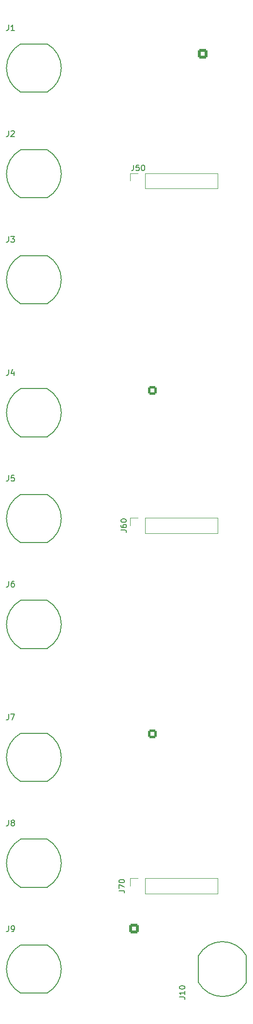
<source format=gto>
%TF.GenerationSoftware,KiCad,Pcbnew,9.0.0*%
%TF.CreationDate,2025-04-19T17:36:44+02:00*%
%TF.ProjectId,DMH_Tripple_VCA_PCB_1,444d485f-5472-4697-9070-6c655f564341,1*%
%TF.SameCoordinates,Original*%
%TF.FileFunction,Legend,Top*%
%TF.FilePolarity,Positive*%
%FSLAX46Y46*%
G04 Gerber Fmt 4.6, Leading zero omitted, Abs format (unit mm)*
G04 Created by KiCad (PCBNEW 9.0.0) date 2025-04-19 17:36:44*
%MOMM*%
%LPD*%
G01*
G04 APERTURE LIST*
G04 Aperture macros list*
%AMRoundRect*
0 Rectangle with rounded corners*
0 $1 Rounding radius*
0 $2 $3 $4 $5 $6 $7 $8 $9 X,Y pos of 4 corners*
0 Add a 4 corners polygon primitive as box body*
4,1,4,$2,$3,$4,$5,$6,$7,$8,$9,$2,$3,0*
0 Add four circle primitives for the rounded corners*
1,1,$1+$1,$2,$3*
1,1,$1+$1,$4,$5*
1,1,$1+$1,$6,$7*
1,1,$1+$1,$8,$9*
0 Add four rect primitives between the rounded corners*
20,1,$1+$1,$2,$3,$4,$5,0*
20,1,$1+$1,$4,$5,$6,$7,0*
20,1,$1+$1,$6,$7,$8,$9,0*
20,1,$1+$1,$8,$9,$2,$3,0*%
%AMHorizOval*
0 Thick line with rounded ends*
0 $1 width*
0 $2 $3 position (X,Y) of the first rounded end (center of the circle)*
0 $4 $5 position (X,Y) of the second rounded end (center of the circle)*
0 Add line between two ends*
20,1,$1,$2,$3,$4,$5,0*
0 Add two circle primitives to create the rounded ends*
1,1,$1,$2,$3*
1,1,$1,$4,$5*%
G04 Aperture macros list end*
%ADD10C,0.150000*%
%ADD11C,0.120000*%
%ADD12HorizOval,1.712000X-0.533159X-0.533159X0.533159X0.533159X0*%
%ADD13O,1.712000X3.220000*%
%ADD14O,3.220000X1.712000*%
%ADD15R,1.700000X1.700000*%
%ADD16O,1.700000X1.700000*%
%ADD17HorizOval,1.712000X-0.533159X0.533159X0.533159X-0.533159X0*%
%ADD18RoundRect,0.250000X-0.550000X-0.550000X0.550000X-0.550000X0.550000X0.550000X-0.550000X0.550000X0*%
%ADD19C,1.600000*%
%ADD20O,1.600000X1.600000*%
%ADD21R,1.500000X1.500000*%
%ADD22C,1.500000*%
%ADD23R,2.200000X2.200000*%
%ADD24O,2.200000X2.200000*%
%ADD25RoundRect,0.250000X0.600000X0.600000X-0.600000X0.600000X-0.600000X-0.600000X0.600000X-0.600000X0*%
%ADD26C,1.700000*%
%ADD27C,1.440000*%
%ADD28R,1.600000X1.600000*%
%ADD29RoundRect,0.250000X0.600000X-0.600000X0.600000X0.600000X-0.600000X0.600000X-0.600000X-0.600000X0*%
G04 APERTURE END LIST*
D10*
X54091666Y-164204819D02*
X54091666Y-164919104D01*
X54091666Y-164919104D02*
X54044047Y-165061961D01*
X54044047Y-165061961D02*
X53948809Y-165157200D01*
X53948809Y-165157200D02*
X53805952Y-165204819D01*
X53805952Y-165204819D02*
X53710714Y-165204819D01*
X54472619Y-164204819D02*
X55139285Y-164204819D01*
X55139285Y-164204819D02*
X54710714Y-165204819D01*
X54091666Y-182704819D02*
X54091666Y-183419104D01*
X54091666Y-183419104D02*
X54044047Y-183561961D01*
X54044047Y-183561961D02*
X53948809Y-183657200D01*
X53948809Y-183657200D02*
X53805952Y-183704819D01*
X53805952Y-183704819D02*
X53710714Y-183704819D01*
X54710714Y-183133390D02*
X54615476Y-183085771D01*
X54615476Y-183085771D02*
X54567857Y-183038152D01*
X54567857Y-183038152D02*
X54520238Y-182942914D01*
X54520238Y-182942914D02*
X54520238Y-182895295D01*
X54520238Y-182895295D02*
X54567857Y-182800057D01*
X54567857Y-182800057D02*
X54615476Y-182752438D01*
X54615476Y-182752438D02*
X54710714Y-182704819D01*
X54710714Y-182704819D02*
X54901190Y-182704819D01*
X54901190Y-182704819D02*
X54996428Y-182752438D01*
X54996428Y-182752438D02*
X55044047Y-182800057D01*
X55044047Y-182800057D02*
X55091666Y-182895295D01*
X55091666Y-182895295D02*
X55091666Y-182942914D01*
X55091666Y-182942914D02*
X55044047Y-183038152D01*
X55044047Y-183038152D02*
X54996428Y-183085771D01*
X54996428Y-183085771D02*
X54901190Y-183133390D01*
X54901190Y-183133390D02*
X54710714Y-183133390D01*
X54710714Y-183133390D02*
X54615476Y-183181009D01*
X54615476Y-183181009D02*
X54567857Y-183228628D01*
X54567857Y-183228628D02*
X54520238Y-183323866D01*
X54520238Y-183323866D02*
X54520238Y-183514342D01*
X54520238Y-183514342D02*
X54567857Y-183609580D01*
X54567857Y-183609580D02*
X54615476Y-183657200D01*
X54615476Y-183657200D02*
X54710714Y-183704819D01*
X54710714Y-183704819D02*
X54901190Y-183704819D01*
X54901190Y-183704819D02*
X54996428Y-183657200D01*
X54996428Y-183657200D02*
X55044047Y-183609580D01*
X55044047Y-183609580D02*
X55091666Y-183514342D01*
X55091666Y-183514342D02*
X55091666Y-183323866D01*
X55091666Y-183323866D02*
X55044047Y-183228628D01*
X55044047Y-183228628D02*
X54996428Y-183181009D01*
X54996428Y-183181009D02*
X54901190Y-183133390D01*
X54091666Y-122454819D02*
X54091666Y-123169104D01*
X54091666Y-123169104D02*
X54044047Y-123311961D01*
X54044047Y-123311961D02*
X53948809Y-123407200D01*
X53948809Y-123407200D02*
X53805952Y-123454819D01*
X53805952Y-123454819D02*
X53710714Y-123454819D01*
X55044047Y-122454819D02*
X54567857Y-122454819D01*
X54567857Y-122454819D02*
X54520238Y-122931009D01*
X54520238Y-122931009D02*
X54567857Y-122883390D01*
X54567857Y-122883390D02*
X54663095Y-122835771D01*
X54663095Y-122835771D02*
X54901190Y-122835771D01*
X54901190Y-122835771D02*
X54996428Y-122883390D01*
X54996428Y-122883390D02*
X55044047Y-122931009D01*
X55044047Y-122931009D02*
X55091666Y-123026247D01*
X55091666Y-123026247D02*
X55091666Y-123264342D01*
X55091666Y-123264342D02*
X55044047Y-123359580D01*
X55044047Y-123359580D02*
X54996428Y-123407200D01*
X54996428Y-123407200D02*
X54901190Y-123454819D01*
X54901190Y-123454819D02*
X54663095Y-123454819D01*
X54663095Y-123454819D02*
X54567857Y-123407200D01*
X54567857Y-123407200D02*
X54520238Y-123359580D01*
X54091666Y-201204819D02*
X54091666Y-201919104D01*
X54091666Y-201919104D02*
X54044047Y-202061961D01*
X54044047Y-202061961D02*
X53948809Y-202157200D01*
X53948809Y-202157200D02*
X53805952Y-202204819D01*
X53805952Y-202204819D02*
X53710714Y-202204819D01*
X54615476Y-202204819D02*
X54805952Y-202204819D01*
X54805952Y-202204819D02*
X54901190Y-202157200D01*
X54901190Y-202157200D02*
X54948809Y-202109580D01*
X54948809Y-202109580D02*
X55044047Y-201966723D01*
X55044047Y-201966723D02*
X55091666Y-201776247D01*
X55091666Y-201776247D02*
X55091666Y-201395295D01*
X55091666Y-201395295D02*
X55044047Y-201300057D01*
X55044047Y-201300057D02*
X54996428Y-201252438D01*
X54996428Y-201252438D02*
X54901190Y-201204819D01*
X54901190Y-201204819D02*
X54710714Y-201204819D01*
X54710714Y-201204819D02*
X54615476Y-201252438D01*
X54615476Y-201252438D02*
X54567857Y-201300057D01*
X54567857Y-201300057D02*
X54520238Y-201395295D01*
X54520238Y-201395295D02*
X54520238Y-201633390D01*
X54520238Y-201633390D02*
X54567857Y-201728628D01*
X54567857Y-201728628D02*
X54615476Y-201776247D01*
X54615476Y-201776247D02*
X54710714Y-201823866D01*
X54710714Y-201823866D02*
X54901190Y-201823866D01*
X54901190Y-201823866D02*
X54996428Y-201776247D01*
X54996428Y-201776247D02*
X55044047Y-201728628D01*
X55044047Y-201728628D02*
X55091666Y-201633390D01*
X54091666Y-43704819D02*
X54091666Y-44419104D01*
X54091666Y-44419104D02*
X54044047Y-44561961D01*
X54044047Y-44561961D02*
X53948809Y-44657200D01*
X53948809Y-44657200D02*
X53805952Y-44704819D01*
X53805952Y-44704819D02*
X53710714Y-44704819D01*
X55091666Y-44704819D02*
X54520238Y-44704819D01*
X54805952Y-44704819D02*
X54805952Y-43704819D01*
X54805952Y-43704819D02*
X54710714Y-43847676D01*
X54710714Y-43847676D02*
X54615476Y-43942914D01*
X54615476Y-43942914D02*
X54520238Y-43990533D01*
X75940476Y-68204819D02*
X75940476Y-68919104D01*
X75940476Y-68919104D02*
X75892857Y-69061961D01*
X75892857Y-69061961D02*
X75797619Y-69157200D01*
X75797619Y-69157200D02*
X75654762Y-69204819D01*
X75654762Y-69204819D02*
X75559524Y-69204819D01*
X76892857Y-68204819D02*
X76416667Y-68204819D01*
X76416667Y-68204819D02*
X76369048Y-68681009D01*
X76369048Y-68681009D02*
X76416667Y-68633390D01*
X76416667Y-68633390D02*
X76511905Y-68585771D01*
X76511905Y-68585771D02*
X76750000Y-68585771D01*
X76750000Y-68585771D02*
X76845238Y-68633390D01*
X76845238Y-68633390D02*
X76892857Y-68681009D01*
X76892857Y-68681009D02*
X76940476Y-68776247D01*
X76940476Y-68776247D02*
X76940476Y-69014342D01*
X76940476Y-69014342D02*
X76892857Y-69109580D01*
X76892857Y-69109580D02*
X76845238Y-69157200D01*
X76845238Y-69157200D02*
X76750000Y-69204819D01*
X76750000Y-69204819D02*
X76511905Y-69204819D01*
X76511905Y-69204819D02*
X76416667Y-69157200D01*
X76416667Y-69157200D02*
X76369048Y-69109580D01*
X77559524Y-68204819D02*
X77654762Y-68204819D01*
X77654762Y-68204819D02*
X77750000Y-68252438D01*
X77750000Y-68252438D02*
X77797619Y-68300057D01*
X77797619Y-68300057D02*
X77845238Y-68395295D01*
X77845238Y-68395295D02*
X77892857Y-68585771D01*
X77892857Y-68585771D02*
X77892857Y-68823866D01*
X77892857Y-68823866D02*
X77845238Y-69014342D01*
X77845238Y-69014342D02*
X77797619Y-69109580D01*
X77797619Y-69109580D02*
X77750000Y-69157200D01*
X77750000Y-69157200D02*
X77654762Y-69204819D01*
X77654762Y-69204819D02*
X77559524Y-69204819D01*
X77559524Y-69204819D02*
X77464286Y-69157200D01*
X77464286Y-69157200D02*
X77416667Y-69109580D01*
X77416667Y-69109580D02*
X77369048Y-69014342D01*
X77369048Y-69014342D02*
X77321429Y-68823866D01*
X77321429Y-68823866D02*
X77321429Y-68585771D01*
X77321429Y-68585771D02*
X77369048Y-68395295D01*
X77369048Y-68395295D02*
X77416667Y-68300057D01*
X77416667Y-68300057D02*
X77464286Y-68252438D01*
X77464286Y-68252438D02*
X77559524Y-68204819D01*
X54091666Y-140954819D02*
X54091666Y-141669104D01*
X54091666Y-141669104D02*
X54044047Y-141811961D01*
X54044047Y-141811961D02*
X53948809Y-141907200D01*
X53948809Y-141907200D02*
X53805952Y-141954819D01*
X53805952Y-141954819D02*
X53710714Y-141954819D01*
X54996428Y-140954819D02*
X54805952Y-140954819D01*
X54805952Y-140954819D02*
X54710714Y-141002438D01*
X54710714Y-141002438D02*
X54663095Y-141050057D01*
X54663095Y-141050057D02*
X54567857Y-141192914D01*
X54567857Y-141192914D02*
X54520238Y-141383390D01*
X54520238Y-141383390D02*
X54520238Y-141764342D01*
X54520238Y-141764342D02*
X54567857Y-141859580D01*
X54567857Y-141859580D02*
X54615476Y-141907200D01*
X54615476Y-141907200D02*
X54710714Y-141954819D01*
X54710714Y-141954819D02*
X54901190Y-141954819D01*
X54901190Y-141954819D02*
X54996428Y-141907200D01*
X54996428Y-141907200D02*
X55044047Y-141859580D01*
X55044047Y-141859580D02*
X55091666Y-141764342D01*
X55091666Y-141764342D02*
X55091666Y-141526247D01*
X55091666Y-141526247D02*
X55044047Y-141431009D01*
X55044047Y-141431009D02*
X54996428Y-141383390D01*
X54996428Y-141383390D02*
X54901190Y-141335771D01*
X54901190Y-141335771D02*
X54710714Y-141335771D01*
X54710714Y-141335771D02*
X54615476Y-141383390D01*
X54615476Y-141383390D02*
X54567857Y-141431009D01*
X54567857Y-141431009D02*
X54520238Y-141526247D01*
X73704819Y-132034523D02*
X74419104Y-132034523D01*
X74419104Y-132034523D02*
X74561961Y-132082142D01*
X74561961Y-132082142D02*
X74657200Y-132177380D01*
X74657200Y-132177380D02*
X74704819Y-132320237D01*
X74704819Y-132320237D02*
X74704819Y-132415475D01*
X73704819Y-131129761D02*
X73704819Y-131320237D01*
X73704819Y-131320237D02*
X73752438Y-131415475D01*
X73752438Y-131415475D02*
X73800057Y-131463094D01*
X73800057Y-131463094D02*
X73942914Y-131558332D01*
X73942914Y-131558332D02*
X74133390Y-131605951D01*
X74133390Y-131605951D02*
X74514342Y-131605951D01*
X74514342Y-131605951D02*
X74609580Y-131558332D01*
X74609580Y-131558332D02*
X74657200Y-131510713D01*
X74657200Y-131510713D02*
X74704819Y-131415475D01*
X74704819Y-131415475D02*
X74704819Y-131224999D01*
X74704819Y-131224999D02*
X74657200Y-131129761D01*
X74657200Y-131129761D02*
X74609580Y-131082142D01*
X74609580Y-131082142D02*
X74514342Y-131034523D01*
X74514342Y-131034523D02*
X74276247Y-131034523D01*
X74276247Y-131034523D02*
X74181009Y-131082142D01*
X74181009Y-131082142D02*
X74133390Y-131129761D01*
X74133390Y-131129761D02*
X74085771Y-131224999D01*
X74085771Y-131224999D02*
X74085771Y-131415475D01*
X74085771Y-131415475D02*
X74133390Y-131510713D01*
X74133390Y-131510713D02*
X74181009Y-131558332D01*
X74181009Y-131558332D02*
X74276247Y-131605951D01*
X73704819Y-130415475D02*
X73704819Y-130320237D01*
X73704819Y-130320237D02*
X73752438Y-130224999D01*
X73752438Y-130224999D02*
X73800057Y-130177380D01*
X73800057Y-130177380D02*
X73895295Y-130129761D01*
X73895295Y-130129761D02*
X74085771Y-130082142D01*
X74085771Y-130082142D02*
X74323866Y-130082142D01*
X74323866Y-130082142D02*
X74514342Y-130129761D01*
X74514342Y-130129761D02*
X74609580Y-130177380D01*
X74609580Y-130177380D02*
X74657200Y-130224999D01*
X74657200Y-130224999D02*
X74704819Y-130320237D01*
X74704819Y-130320237D02*
X74704819Y-130415475D01*
X74704819Y-130415475D02*
X74657200Y-130510713D01*
X74657200Y-130510713D02*
X74609580Y-130558332D01*
X74609580Y-130558332D02*
X74514342Y-130605951D01*
X74514342Y-130605951D02*
X74323866Y-130653570D01*
X74323866Y-130653570D02*
X74085771Y-130653570D01*
X74085771Y-130653570D02*
X73895295Y-130605951D01*
X73895295Y-130605951D02*
X73800057Y-130558332D01*
X73800057Y-130558332D02*
X73752438Y-130510713D01*
X73752438Y-130510713D02*
X73704819Y-130415475D01*
X54091666Y-62204819D02*
X54091666Y-62919104D01*
X54091666Y-62919104D02*
X54044047Y-63061961D01*
X54044047Y-63061961D02*
X53948809Y-63157200D01*
X53948809Y-63157200D02*
X53805952Y-63204819D01*
X53805952Y-63204819D02*
X53710714Y-63204819D01*
X54520238Y-62300057D02*
X54567857Y-62252438D01*
X54567857Y-62252438D02*
X54663095Y-62204819D01*
X54663095Y-62204819D02*
X54901190Y-62204819D01*
X54901190Y-62204819D02*
X54996428Y-62252438D01*
X54996428Y-62252438D02*
X55044047Y-62300057D01*
X55044047Y-62300057D02*
X55091666Y-62395295D01*
X55091666Y-62395295D02*
X55091666Y-62490533D01*
X55091666Y-62490533D02*
X55044047Y-62633390D01*
X55044047Y-62633390D02*
X54472619Y-63204819D01*
X54472619Y-63204819D02*
X55091666Y-63204819D01*
X73359819Y-195034523D02*
X74074104Y-195034523D01*
X74074104Y-195034523D02*
X74216961Y-195082142D01*
X74216961Y-195082142D02*
X74312200Y-195177380D01*
X74312200Y-195177380D02*
X74359819Y-195320237D01*
X74359819Y-195320237D02*
X74359819Y-195415475D01*
X73359819Y-194653570D02*
X73359819Y-193986904D01*
X73359819Y-193986904D02*
X74359819Y-194415475D01*
X73359819Y-193415475D02*
X73359819Y-193320237D01*
X73359819Y-193320237D02*
X73407438Y-193224999D01*
X73407438Y-193224999D02*
X73455057Y-193177380D01*
X73455057Y-193177380D02*
X73550295Y-193129761D01*
X73550295Y-193129761D02*
X73740771Y-193082142D01*
X73740771Y-193082142D02*
X73978866Y-193082142D01*
X73978866Y-193082142D02*
X74169342Y-193129761D01*
X74169342Y-193129761D02*
X74264580Y-193177380D01*
X74264580Y-193177380D02*
X74312200Y-193224999D01*
X74312200Y-193224999D02*
X74359819Y-193320237D01*
X74359819Y-193320237D02*
X74359819Y-193415475D01*
X74359819Y-193415475D02*
X74312200Y-193510713D01*
X74312200Y-193510713D02*
X74264580Y-193558332D01*
X74264580Y-193558332D02*
X74169342Y-193605951D01*
X74169342Y-193605951D02*
X73978866Y-193653570D01*
X73978866Y-193653570D02*
X73740771Y-193653570D01*
X73740771Y-193653570D02*
X73550295Y-193605951D01*
X73550295Y-193605951D02*
X73455057Y-193558332D01*
X73455057Y-193558332D02*
X73407438Y-193510713D01*
X73407438Y-193510713D02*
X73359819Y-193415475D01*
X54091666Y-103954819D02*
X54091666Y-104669104D01*
X54091666Y-104669104D02*
X54044047Y-104811961D01*
X54044047Y-104811961D02*
X53948809Y-104907200D01*
X53948809Y-104907200D02*
X53805952Y-104954819D01*
X53805952Y-104954819D02*
X53710714Y-104954819D01*
X54996428Y-104288152D02*
X54996428Y-104954819D01*
X54758333Y-103907200D02*
X54520238Y-104621485D01*
X54520238Y-104621485D02*
X55139285Y-104621485D01*
X54091666Y-80704819D02*
X54091666Y-81419104D01*
X54091666Y-81419104D02*
X54044047Y-81561961D01*
X54044047Y-81561961D02*
X53948809Y-81657200D01*
X53948809Y-81657200D02*
X53805952Y-81704819D01*
X53805952Y-81704819D02*
X53710714Y-81704819D01*
X54472619Y-80704819D02*
X55091666Y-80704819D01*
X55091666Y-80704819D02*
X54758333Y-81085771D01*
X54758333Y-81085771D02*
X54901190Y-81085771D01*
X54901190Y-81085771D02*
X54996428Y-81133390D01*
X54996428Y-81133390D02*
X55044047Y-81181009D01*
X55044047Y-81181009D02*
X55091666Y-81276247D01*
X55091666Y-81276247D02*
X55091666Y-81514342D01*
X55091666Y-81514342D02*
X55044047Y-81609580D01*
X55044047Y-81609580D02*
X54996428Y-81657200D01*
X54996428Y-81657200D02*
X54901190Y-81704819D01*
X54901190Y-81704819D02*
X54615476Y-81704819D01*
X54615476Y-81704819D02*
X54520238Y-81657200D01*
X54520238Y-81657200D02*
X54472619Y-81609580D01*
X83954819Y-213634523D02*
X84669104Y-213634523D01*
X84669104Y-213634523D02*
X84811961Y-213682142D01*
X84811961Y-213682142D02*
X84907200Y-213777380D01*
X84907200Y-213777380D02*
X84954819Y-213920237D01*
X84954819Y-213920237D02*
X84954819Y-214015475D01*
X84954819Y-212634523D02*
X84954819Y-213205951D01*
X84954819Y-212920237D02*
X83954819Y-212920237D01*
X83954819Y-212920237D02*
X84097676Y-213015475D01*
X84097676Y-213015475D02*
X84192914Y-213110713D01*
X84192914Y-213110713D02*
X84240533Y-213205951D01*
X83954819Y-212015475D02*
X83954819Y-211920237D01*
X83954819Y-211920237D02*
X84002438Y-211824999D01*
X84002438Y-211824999D02*
X84050057Y-211777380D01*
X84050057Y-211777380D02*
X84145295Y-211729761D01*
X84145295Y-211729761D02*
X84335771Y-211682142D01*
X84335771Y-211682142D02*
X84573866Y-211682142D01*
X84573866Y-211682142D02*
X84764342Y-211729761D01*
X84764342Y-211729761D02*
X84859580Y-211777380D01*
X84859580Y-211777380D02*
X84907200Y-211824999D01*
X84907200Y-211824999D02*
X84954819Y-211920237D01*
X84954819Y-211920237D02*
X84954819Y-212015475D01*
X84954819Y-212015475D02*
X84907200Y-212110713D01*
X84907200Y-212110713D02*
X84859580Y-212158332D01*
X84859580Y-212158332D02*
X84764342Y-212205951D01*
X84764342Y-212205951D02*
X84573866Y-212253570D01*
X84573866Y-212253570D02*
X84335771Y-212253570D01*
X84335771Y-212253570D02*
X84145295Y-212205951D01*
X84145295Y-212205951D02*
X84050057Y-212158332D01*
X84050057Y-212158332D02*
X84002438Y-212110713D01*
X84002438Y-212110713D02*
X83954819Y-212015475D01*
%TO.C,J7*%
X58500000Y-167550000D02*
X56150000Y-167550000D01*
X58500000Y-167550000D02*
X60850000Y-167550000D01*
X58500000Y-175950000D02*
X56150000Y-175950000D01*
X58500000Y-175950000D02*
X60850000Y-175950000D01*
X53700000Y-171750000D02*
G75*
G02*
X56156222Y-167561121I4800000J0D01*
G01*
X56156222Y-175938879D02*
G75*
G02*
X53700000Y-171750000I2343778J4188879D01*
G01*
X60843778Y-167561121D02*
G75*
G02*
X63300000Y-171750000I-2343781J-4188881D01*
G01*
X63300000Y-171750000D02*
G75*
G02*
X60843778Y-175938879I-4800003J2D01*
G01*
%TO.C,J8*%
X58500000Y-186050000D02*
X56150000Y-186050000D01*
X58500000Y-186050000D02*
X60850000Y-186050000D01*
X58500000Y-194450000D02*
X56150000Y-194450000D01*
X58500000Y-194450000D02*
X60850000Y-194450000D01*
X53700000Y-190250000D02*
G75*
G02*
X56156222Y-186061121I4800000J0D01*
G01*
X56156222Y-194438879D02*
G75*
G02*
X53700000Y-190250000I2343778J4188879D01*
G01*
X60843778Y-186061121D02*
G75*
G02*
X63300000Y-190250000I-2343781J-4188881D01*
G01*
X63300000Y-190250000D02*
G75*
G02*
X60843778Y-194438879I-4800003J2D01*
G01*
%TO.C,J5*%
X58500000Y-125800000D02*
X56150000Y-125800000D01*
X58500000Y-125800000D02*
X60850000Y-125800000D01*
X58500000Y-134200000D02*
X56150000Y-134200000D01*
X58500000Y-134200000D02*
X60850000Y-134200000D01*
X53700000Y-130000000D02*
G75*
G02*
X56156222Y-125811121I4800000J0D01*
G01*
X56156222Y-134188879D02*
G75*
G02*
X53700000Y-130000000I2343778J4188879D01*
G01*
X60843778Y-125811121D02*
G75*
G02*
X63300000Y-130000000I-2343781J-4188881D01*
G01*
X63300000Y-130000000D02*
G75*
G02*
X60843778Y-134188879I-4800003J2D01*
G01*
%TO.C,J9*%
X58500000Y-204550000D02*
X56150000Y-204550000D01*
X58500000Y-204550000D02*
X60850000Y-204550000D01*
X58500000Y-212950000D02*
X56150000Y-212950000D01*
X58500000Y-212950000D02*
X60850000Y-212950000D01*
X53700000Y-208750000D02*
G75*
G02*
X56156222Y-204561121I4800000J0D01*
G01*
X56156222Y-212938879D02*
G75*
G02*
X53700000Y-208750000I2343778J4188879D01*
G01*
X60843778Y-204561121D02*
G75*
G02*
X63300000Y-208750000I-2343781J-4188881D01*
G01*
X63300000Y-208750000D02*
G75*
G02*
X60843778Y-212938879I-4800003J2D01*
G01*
%TO.C,J1*%
X58500000Y-47050000D02*
X56150000Y-47050000D01*
X58500000Y-47050000D02*
X60850000Y-47050000D01*
X58500000Y-55450000D02*
X56150000Y-55450000D01*
X58500000Y-55450000D02*
X60850000Y-55450000D01*
X53700000Y-51250000D02*
G75*
G02*
X56156222Y-47061121I4800000J0D01*
G01*
X56156222Y-55438879D02*
G75*
G02*
X53700000Y-51250000I2343778J4188879D01*
G01*
X60843778Y-47061121D02*
G75*
G02*
X63300000Y-51250000I-2343781J-4188881D01*
G01*
X63300000Y-51250000D02*
G75*
G02*
X60843778Y-55438879I-4800003J2D01*
G01*
D11*
%TO.C,J50*%
X75345000Y-69645000D02*
X76675000Y-69645000D01*
X75345000Y-70975000D02*
X75345000Y-69645000D01*
X77945000Y-69645000D02*
X90705000Y-69645000D01*
X77945000Y-72305000D02*
X77945000Y-69645000D01*
X77945000Y-72305000D02*
X90705000Y-72305000D01*
X90705000Y-72305000D02*
X90705000Y-69645000D01*
D10*
%TO.C,J6*%
X58500000Y-144300000D02*
X56150000Y-144300000D01*
X58500000Y-144300000D02*
X60850000Y-144300000D01*
X58500000Y-152700000D02*
X56150000Y-152700000D01*
X58500000Y-152700000D02*
X60850000Y-152700000D01*
X53700000Y-148500000D02*
G75*
G02*
X56156222Y-144311121I4800000J0D01*
G01*
X56156222Y-152688879D02*
G75*
G02*
X53700000Y-148500000I2343778J4188879D01*
G01*
X60843778Y-144311121D02*
G75*
G02*
X63300000Y-148500000I-2343781J-4188881D01*
G01*
X63300000Y-148500000D02*
G75*
G02*
X60843778Y-152688879I-4800003J2D01*
G01*
D11*
%TO.C,J60*%
X75345000Y-129895000D02*
X76675000Y-129895000D01*
X75345000Y-131225000D02*
X75345000Y-129895000D01*
X77945000Y-129895000D02*
X90705000Y-129895000D01*
X77945000Y-132555000D02*
X77945000Y-129895000D01*
X77945000Y-132555000D02*
X90705000Y-132555000D01*
X90705000Y-132555000D02*
X90705000Y-129895000D01*
D10*
%TO.C,J2*%
X58500000Y-65550000D02*
X56150000Y-65550000D01*
X58500000Y-65550000D02*
X60850000Y-65550000D01*
X58500000Y-73950000D02*
X56150000Y-73950000D01*
X58500000Y-73950000D02*
X60850000Y-73950000D01*
X53700000Y-69750000D02*
G75*
G02*
X56156222Y-65561121I4800000J0D01*
G01*
X56156222Y-73938879D02*
G75*
G02*
X53700000Y-69750000I2343778J4188879D01*
G01*
X60843778Y-65561121D02*
G75*
G02*
X63300000Y-69750000I-2343781J-4188881D01*
G01*
X63300000Y-69750000D02*
G75*
G02*
X60843778Y-73938879I-4800003J2D01*
G01*
D11*
%TO.C,J70*%
X75345000Y-192895000D02*
X76675000Y-192895000D01*
X75345000Y-194225000D02*
X75345000Y-192895000D01*
X77945000Y-192895000D02*
X90705000Y-192895000D01*
X77945000Y-195555000D02*
X77945000Y-192895000D01*
X77945000Y-195555000D02*
X90705000Y-195555000D01*
X90705000Y-195555000D02*
X90705000Y-192895000D01*
D10*
%TO.C,J4*%
X58500000Y-107300000D02*
X56150000Y-107300000D01*
X58500000Y-107300000D02*
X60850000Y-107300000D01*
X58500000Y-115700000D02*
X56150000Y-115700000D01*
X58500000Y-115700000D02*
X60850000Y-115700000D01*
X53700000Y-111500000D02*
G75*
G02*
X56156222Y-107311121I4800000J0D01*
G01*
X56156222Y-115688879D02*
G75*
G02*
X53700000Y-111500000I2343778J4188879D01*
G01*
X60843778Y-107311121D02*
G75*
G02*
X63300000Y-111500000I-2343781J-4188881D01*
G01*
X63300000Y-111500000D02*
G75*
G02*
X60843778Y-115688879I-4800003J2D01*
G01*
%TO.C,J3*%
X58500000Y-84050000D02*
X56150000Y-84050000D01*
X58500000Y-84050000D02*
X60850000Y-84050000D01*
X58500000Y-92450000D02*
X56150000Y-92450000D01*
X58500000Y-92450000D02*
X60850000Y-92450000D01*
X53700000Y-88250000D02*
G75*
G02*
X56156222Y-84061121I4800000J0D01*
G01*
X56156222Y-92438879D02*
G75*
G02*
X53700000Y-88250000I2343778J4188879D01*
G01*
X60843778Y-84061121D02*
G75*
G02*
X63300000Y-88250000I-2343781J-4188881D01*
G01*
X63300000Y-88250000D02*
G75*
G02*
X60843778Y-92438879I-4800003J2D01*
G01*
%TO.C,J10*%
X87300000Y-208750000D02*
X87300000Y-206400000D01*
X87300000Y-208750000D02*
X87300000Y-211100000D01*
X95700000Y-208750000D02*
X95700000Y-206400000D01*
X95700000Y-208750000D02*
X95700000Y-211100000D01*
X87311121Y-206406222D02*
G75*
G02*
X91500000Y-203950000I4188881J-2343781D01*
G01*
X91500000Y-203950000D02*
G75*
G02*
X95688879Y-206406222I-2J-4800003D01*
G01*
X91500000Y-213550000D02*
G75*
G02*
X87311121Y-211093778I0J4800000D01*
G01*
X95688879Y-211093778D02*
G75*
G02*
X91500000Y-213550000I-4188879J2343778D01*
G01*
%TD*%
%LPC*%
D12*
%TO.C,J7*%
X53903810Y-167153810D03*
D13*
X65000000Y-171250000D03*
D14*
X61000000Y-165250000D03*
%TD*%
D12*
%TO.C,J8*%
X53903810Y-185653810D03*
D13*
X65000000Y-189750000D03*
D14*
X61000000Y-183750000D03*
%TD*%
D12*
%TO.C,J5*%
X53903810Y-125403810D03*
D13*
X65000000Y-129500000D03*
D14*
X61000000Y-123500000D03*
%TD*%
D12*
%TO.C,J9*%
X53903810Y-204153810D03*
D13*
X65000000Y-208250000D03*
D14*
X61000000Y-202250000D03*
%TD*%
D12*
%TO.C,J1*%
X53903810Y-46653810D03*
D13*
X65000000Y-50750000D03*
D14*
X61000000Y-44750000D03*
%TD*%
D15*
%TO.C,J50*%
X76675000Y-70975000D03*
D16*
X79215000Y-70975000D03*
X81755000Y-70975000D03*
X84295000Y-70975000D03*
X86835000Y-70975000D03*
X89375000Y-70975000D03*
%TD*%
D12*
%TO.C,J6*%
X53903810Y-143903810D03*
D13*
X65000000Y-148000000D03*
D14*
X61000000Y-142000000D03*
%TD*%
D15*
%TO.C,J60*%
X76675000Y-131225000D03*
D16*
X79215000Y-131225000D03*
X81755000Y-131225000D03*
X84295000Y-131225000D03*
X86835000Y-131225000D03*
X89375000Y-131225000D03*
%TD*%
D12*
%TO.C,J2*%
X53903810Y-65153810D03*
D13*
X65000000Y-69250000D03*
D14*
X61000000Y-63250000D03*
%TD*%
D15*
%TO.C,J70*%
X76675000Y-194225000D03*
D16*
X79215000Y-194225000D03*
X81755000Y-194225000D03*
X84295000Y-194225000D03*
X86835000Y-194225000D03*
X89375000Y-194225000D03*
%TD*%
D12*
%TO.C,J4*%
X53903810Y-106903810D03*
D13*
X65000000Y-111000000D03*
D14*
X61000000Y-105000000D03*
%TD*%
D12*
%TO.C,J3*%
X53903810Y-83653810D03*
D13*
X65000000Y-87750000D03*
D14*
X61000000Y-81750000D03*
%TD*%
D17*
%TO.C,J10*%
X86903810Y-213346190D03*
D14*
X91000000Y-202250000D03*
D13*
X85000000Y-206250000D03*
%TD*%
D18*
%TO.C,U1*%
X79200000Y-107625000D03*
D19*
X79200000Y-105085000D03*
X79200000Y-102545000D03*
X79200000Y-100005000D03*
X79200000Y-97465000D03*
X79200000Y-94925000D03*
X79200000Y-92385000D03*
X86820000Y-92385000D03*
X86820000Y-94925000D03*
X86820000Y-97465000D03*
X86820000Y-100005000D03*
X86820000Y-102545000D03*
X86820000Y-105085000D03*
X86820000Y-107625000D03*
%TD*%
%TO.C,R46*%
X94545000Y-166000000D03*
D20*
X92005000Y-166000000D03*
%TD*%
D21*
%TO.C,Q5*%
X80750000Y-141210000D03*
D22*
X80750000Y-143750000D03*
X80750000Y-146290000D03*
%TD*%
D19*
%TO.C,R27*%
X94545000Y-113050000D03*
D20*
X92005000Y-113050000D03*
%TD*%
D19*
%TO.C,R39*%
X76060000Y-165950000D03*
D20*
X73520000Y-165950000D03*
%TD*%
D23*
%TO.C,D1*%
X69000000Y-54330000D03*
D24*
X69000000Y-44170000D03*
%TD*%
D21*
%TO.C,Q6*%
X85250000Y-146290000D03*
D22*
X85250000Y-143750000D03*
X85250000Y-141210000D03*
%TD*%
D21*
%TO.C,Q2*%
X85250000Y-86040000D03*
D22*
X85250000Y-83500000D03*
X85250000Y-80960000D03*
%TD*%
D19*
%TO.C,C8*%
X80500000Y-149500000D03*
X85500000Y-149500000D03*
%TD*%
%TO.C,R21*%
X94545000Y-88750000D03*
D20*
X92005000Y-88750000D03*
%TD*%
D19*
%TO.C,R10*%
X73545000Y-104750000D03*
D20*
X71005000Y-104750000D03*
%TD*%
D19*
%TO.C,R41*%
X76060000Y-174050000D03*
D20*
X73520000Y-174050000D03*
%TD*%
D19*
%TO.C,R23*%
X94545000Y-96850000D03*
D20*
X92005000Y-96850000D03*
%TD*%
D19*
%TO.C,R1*%
X73545000Y-68300000D03*
D20*
X71005000Y-68300000D03*
%TD*%
D19*
%TO.C,R28*%
X94545000Y-117100000D03*
D20*
X92005000Y-117100000D03*
%TD*%
D25*
%TO.C,J200*%
X76002500Y-201670000D03*
D26*
X76002500Y-204210000D03*
X76002500Y-206750000D03*
X76002500Y-209290000D03*
X76002500Y-211830000D03*
X73462500Y-201670000D03*
X73462500Y-204210000D03*
X73462500Y-206750000D03*
X73462500Y-209290000D03*
X73462500Y-211830000D03*
%TD*%
D19*
%TO.C,R43*%
X76060000Y-182150000D03*
D20*
X73520000Y-182150000D03*
%TD*%
D19*
%TO.C,R51*%
X94545000Y-186200000D03*
D20*
X92005000Y-186200000D03*
%TD*%
D19*
%TO.C,R48*%
X94545000Y-174000000D03*
D20*
X92005000Y-174000000D03*
%TD*%
D27*
%TO.C,RV1*%
X85550000Y-77000000D03*
X83010000Y-77000000D03*
X80470000Y-77000000D03*
%TD*%
D19*
%TO.C,R31*%
X76060000Y-133550000D03*
D20*
X73520000Y-133550000D03*
%TD*%
D19*
%TO.C,R37*%
X76060000Y-157850000D03*
D20*
X73520000Y-157850000D03*
%TD*%
D27*
%TO.C,RV3*%
X85540000Y-137000000D03*
X83000000Y-137000000D03*
X80460000Y-137000000D03*
%TD*%
D19*
%TO.C,R45*%
X76060000Y-190250000D03*
D20*
X73520000Y-190250000D03*
%TD*%
D19*
%TO.C,R8*%
X73545000Y-96650000D03*
D20*
X71005000Y-96650000D03*
%TD*%
D19*
%TO.C,R29*%
X94545000Y-121150000D03*
D20*
X92005000Y-121150000D03*
%TD*%
D19*
%TO.C,R12*%
X73545000Y-112850000D03*
D20*
X71005000Y-112850000D03*
%TD*%
D19*
%TO.C,C6*%
X80500000Y-89500000D03*
X85500000Y-89500000D03*
%TD*%
D28*
%TO.C,C1*%
X73294887Y-55250000D03*
D19*
X75294887Y-55250000D03*
%TD*%
D21*
%TO.C,Q1*%
X80750000Y-80960000D03*
D22*
X80750000Y-83500000D03*
X80750000Y-86040000D03*
%TD*%
D19*
%TO.C,R30*%
X94545000Y-125200000D03*
D20*
X92005000Y-125200000D03*
%TD*%
D19*
%TO.C,R2*%
X73545000Y-72350000D03*
D20*
X71005000Y-72350000D03*
%TD*%
D19*
%TO.C,R33*%
X76060000Y-141650000D03*
D20*
X73520000Y-141650000D03*
%TD*%
D19*
%TO.C,C3*%
X79750000Y-58500000D03*
X79750000Y-53500000D03*
%TD*%
%TO.C,R36*%
X76060000Y-153800000D03*
D20*
X73520000Y-153800000D03*
%TD*%
D19*
%TO.C,R20*%
X94545000Y-84700000D03*
D20*
X92005000Y-84700000D03*
%TD*%
D23*
%TO.C,D2*%
X97000000Y-44170000D03*
D24*
X97000000Y-54330000D03*
%TD*%
D19*
%TO.C,R13*%
X73545000Y-116900000D03*
D20*
X71005000Y-116900000D03*
%TD*%
D27*
%TO.C,RV2*%
X85540000Y-123500000D03*
X83000000Y-123500000D03*
X80460000Y-123500000D03*
%TD*%
D19*
%TO.C,R9*%
X73545000Y-100700000D03*
D20*
X71005000Y-100700000D03*
%TD*%
D19*
%TO.C,R25*%
X94545000Y-104950000D03*
D20*
X92005000Y-104950000D03*
%TD*%
D19*
%TO.C,R17*%
X94545000Y-72550000D03*
D20*
X92005000Y-72550000D03*
%TD*%
D19*
%TO.C,R47*%
X94545000Y-170050000D03*
D20*
X92005000Y-170050000D03*
%TD*%
D19*
%TO.C,R5*%
X73545000Y-84500000D03*
D20*
X71005000Y-84500000D03*
%TD*%
D19*
%TO.C,R15*%
X73545000Y-125000000D03*
D20*
X71005000Y-125000000D03*
%TD*%
D19*
%TO.C,R40*%
X76060000Y-170000000D03*
D20*
X73520000Y-170000000D03*
%TD*%
D19*
%TO.C,R11*%
X73545000Y-108800000D03*
D20*
X71005000Y-108800000D03*
%TD*%
D19*
%TO.C,C4*%
X86250000Y-53500000D03*
X86250000Y-58500000D03*
%TD*%
%TO.C,R26*%
X94545000Y-109000000D03*
D20*
X92005000Y-109000000D03*
%TD*%
D19*
%TO.C,R16*%
X94545000Y-68500000D03*
D20*
X92005000Y-68500000D03*
%TD*%
D19*
%TO.C,R14*%
X73545000Y-120950000D03*
D20*
X71005000Y-120950000D03*
%TD*%
D19*
%TO.C,R49*%
X94545000Y-178050000D03*
D20*
X92005000Y-178050000D03*
%TD*%
D19*
%TO.C,R7*%
X73545000Y-92600000D03*
D20*
X71005000Y-92600000D03*
%TD*%
D19*
%TO.C,C7*%
X80500000Y-170500000D03*
X85500000Y-170500000D03*
%TD*%
%TO.C,R24*%
X94545000Y-100900000D03*
D20*
X92005000Y-100900000D03*
%TD*%
D19*
%TO.C,R44*%
X76060000Y-186200000D03*
D20*
X73520000Y-186200000D03*
%TD*%
D19*
%TO.C,R22*%
X94545000Y-92800000D03*
D20*
X92005000Y-92800000D03*
%TD*%
D19*
%TO.C,R38*%
X76060000Y-161900000D03*
D20*
X73520000Y-161900000D03*
%TD*%
D19*
%TO.C,R50*%
X94545000Y-182150000D03*
D20*
X92005000Y-182150000D03*
%TD*%
D19*
%TO.C,R35*%
X76045000Y-149750000D03*
D20*
X73505000Y-149750000D03*
%TD*%
D28*
%TO.C,C2*%
X90794888Y-55250000D03*
D19*
X92794888Y-55250000D03*
%TD*%
D29*
%TO.C,J100*%
X88080000Y-48752500D03*
D26*
X88080000Y-46212500D03*
X85540000Y-48752500D03*
X85540000Y-46212500D03*
X83000000Y-48752500D03*
X83000000Y-46212500D03*
X80460000Y-48752500D03*
X80460000Y-46212500D03*
X77920000Y-48752500D03*
X77920000Y-46212500D03*
%TD*%
D19*
%TO.C,R18*%
X94545000Y-76600000D03*
D20*
X92005000Y-76600000D03*
%TD*%
D19*
%TO.C,R6*%
X73545000Y-88550000D03*
D20*
X71005000Y-88550000D03*
%TD*%
D18*
%TO.C,U2*%
X79200000Y-167625000D03*
D19*
X79200000Y-165085000D03*
X79200000Y-162545000D03*
X79200000Y-160005000D03*
X79200000Y-157465000D03*
X79200000Y-154925000D03*
X79200000Y-152385000D03*
X86820000Y-152385000D03*
X86820000Y-154925000D03*
X86820000Y-157465000D03*
X86820000Y-160005000D03*
X86820000Y-162545000D03*
X86820000Y-165085000D03*
X86820000Y-167625000D03*
%TD*%
%TO.C,R3*%
X73545000Y-76400000D03*
D20*
X71005000Y-76400000D03*
%TD*%
D19*
%TO.C,R32*%
X76060000Y-137600000D03*
D20*
X73520000Y-137600000D03*
%TD*%
D19*
%TO.C,R4*%
X73545000Y-80450000D03*
D20*
X71005000Y-80450000D03*
%TD*%
D19*
%TO.C,R42*%
X76060000Y-178100000D03*
D20*
X73520000Y-178100000D03*
%TD*%
D19*
%TO.C,R19*%
X94545000Y-80650000D03*
D20*
X92005000Y-80650000D03*
%TD*%
D21*
%TO.C,Q4*%
X85250000Y-119540000D03*
D22*
X85250000Y-117000000D03*
X85250000Y-114460000D03*
%TD*%
D19*
%TO.C,R34*%
X76060000Y-145700000D03*
D20*
X73520000Y-145700000D03*
%TD*%
D21*
%TO.C,Q3*%
X80750000Y-114460000D03*
D22*
X80750000Y-117000000D03*
X80750000Y-119540000D03*
%TD*%
D19*
%TO.C,C5*%
X80500000Y-110500000D03*
X85500000Y-110500000D03*
%TD*%
%TO.C,R52*%
X94545000Y-190250000D03*
D20*
X92005000Y-190250000D03*
%TD*%
%LPD*%
M02*

</source>
